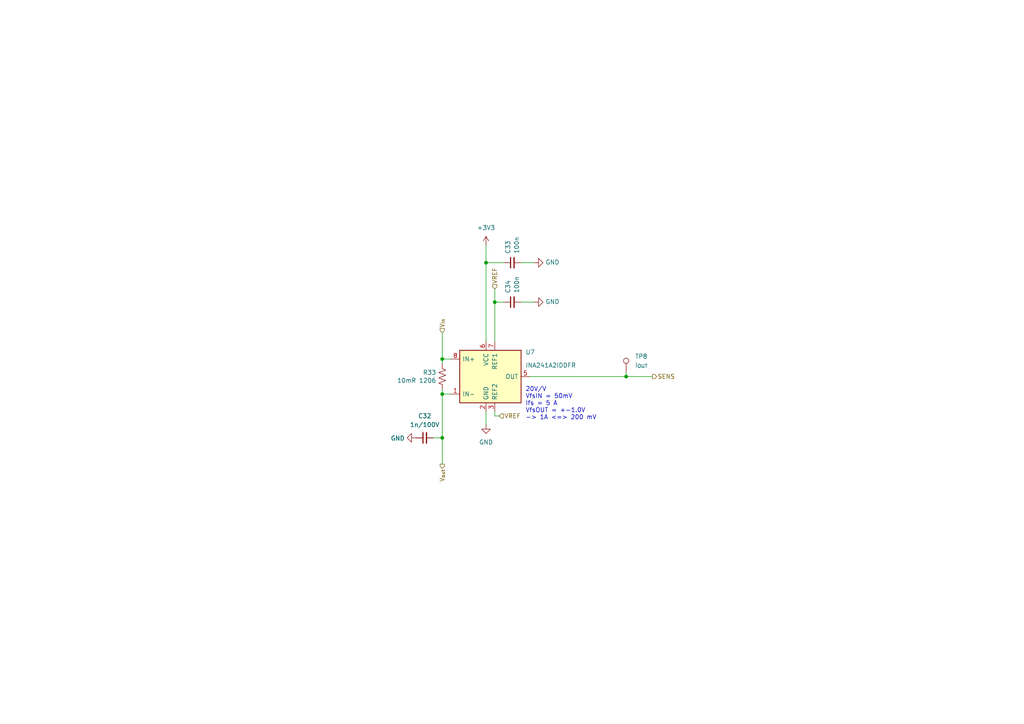
<source format=kicad_sch>
(kicad_sch (version 20231120) (generator "eeschema") (generator_version "8.0")
  (paper "A4")
  (lib_symbols
    (symbol "Connector:TestPoint" (pin_numbers hide) (pin_names (offset 0.762) hide)
      (property "Reference" "TP" (at 0 6.858 0))
      (property "Value" "TestPoint" (at 0 5.08 0))
      (symbol "TestPoint_0_1"
        (circle (center 0 3.302) (radius 0.762))
      )
      (symbol "TestPoint_1_1"
        (pin passive line (at 0 0 90) (length 2.54) (name "1") (number "1"))
      )
    )
    (symbol "Device:R_US" (pin_numbers hide) (pin_names (offset 0))
      (property "Reference" "R" (at 2.54 0 90))
      (property "Value" "R_US" (at -2.54 0 90))
      (symbol "R_US_0_1"
        (polyline (pts (xy 0 -2.286) (xy 0 -2.54)))
        (polyline (pts (xy 0 2.286) (xy 0 2.54)))
        (polyline (pts (xy 0 -0.762) (xy 1.016 -1.143) (xy 0 -1.524) (xy -1.016 -1.905) (xy 0 -2.286)))
        (polyline (pts (xy 0 0.762) (xy 1.016 0.381) (xy 0 0) (xy -1.016 -0.381) (xy 0 -0.762)))
        (polyline (pts (xy 0 2.286) (xy 1.016 1.905) (xy 0 1.524) (xy -1.016 1.143) (xy 0 0.762)))
      )
      (symbol "R_US_1_1"
        (pin passive line (at 0 3.81 270) (length 1.27) (name "~") (number "1"))
        (pin passive line (at 0 -3.81 90) (length 1.27) (name "~") (number "2"))
      )
    )
    (symbol "power:+3V3" (power) (pin_names (offset 0))
      (property "Value" "+3V3" (at 0 3.556 0))
      (symbol "+3V3_0_1"
        (polyline (pts (xy -0.762 1.27) (xy 0 2.54)))
        (polyline (pts (xy 0 0) (xy 0 2.54)))
        (polyline (pts (xy 0 2.54) (xy 0.762 1.27)))
      )
      (symbol "+3V3_1_1"
        (pin power_in line (at 0 0 90) (length 0) hide (name "+3V3") (number "1"))
      )
    )
    (symbol "power:GND" (power) (pin_names (offset 0))
      (property "Value" "GND" (at 0 -3.81 0))
      (symbol "GND_0_1"
        (polyline (pts (xy 0 0) (xy 0 -1.27) (xy 1.27 -1.27) (xy 0 -2.54) (xy -1.27 -1.27) (xy 0 -1.27)))
      )
      (symbol "GND_1_1"
        (pin power_in line (at 0 0 270) (length 0) hide (name "GND") (number "1"))
      )
    )
    (symbol "rflib:C_Small" (pin_numbers hide) (pin_names (offset 0.254) hide)
      (property "Reference" "C" (at 0.254 1.778 0))
      (property "Value" "C_Small" (at 0.254 -2.032 0))
      (symbol "C_Small_0_1"
        (polyline (pts (xy -1.524 -0.508) (xy 1.524 -0.508)) (stroke (width 0.3302)))
        (polyline (pts (xy -1.524 0.508) (xy 1.524 0.508)) (stroke (width 0.3048)))
      )
      (symbol "C_Small_1_1"
        (pin passive line (at 0 2.54 270) (length 2.032) (name "~") (number "1"))
        (pin passive line (at 0 -2.54 90) (length 2.032) (name "~") (number "2"))
      )
    )
    (symbol "rflib:INA241A1IDDFR" (pin_names (offset 0.762))
      (property "Reference" "U" (at 11.43 6.35 0))
      (property "Value" "INA241A1IDDFR" (at 11.43 3.81 0))
      (symbol "INA241A1IDDFR_0_1"
        (rectangle (start -7.62 7.62) (end 10.16 -7.62) (stroke (width 0.254)) (fill (type background)))
      )
      (symbol "INA241A1IDDFR_1_1"
        (pin input line (at -10.16 -5.08 0) (length 2.54) (name "IN-") (number "1"))
        (pin power_in line (at 0 -10.16 90) (length 2.54) (name "GND") (number "2"))
        (pin passive line (at 2.54 -10.16 90) (length 2.54) (name "REF2") (number "3"))
        (pin no_connect line (at 5.08 -10.16 90) (length 2.54) hide (name "NC") (number "4"))
        (pin output line (at 12.7 0 180) (length 2.54) (name "OUT") (number "5"))
        (pin power_in line (at 0 10.16 270) (length 2.54) (name "VCC") (number "6"))
        (pin passive line (at 2.54 10.16 270) (length 2.54) (name "REF1") (number "7"))
        (pin input line (at -10.16 5.08 0) (length 2.54) (name "IN+") (number "8"))
      )
    )
  )
  (junction (at 140.97 76.2))
  (junction (at 128.27 127))
  (junction (at 128.27 114.3))
  (junction (at 143.51 87.63))
  (junction (at 128.27 104.14))
  (junction (at 181.61 109.22))
  (wire (pts (xy 143.51 83.82) (xy 143.51 87.63)))
  (wire (pts (xy 128.27 96.52) (xy 128.27 104.14)))
  (wire (pts (xy 128.27 127) (xy 128.27 134.62)))
  (wire (pts (xy 128.27 104.14) (xy 128.27 105.41)))
  (wire (pts (xy 143.51 87.63) (xy 143.51 99.06)))
  (wire (pts (xy 151.13 76.2) (xy 154.94 76.2)))
  (wire (pts (xy 181.61 107.95) (xy 181.61 109.22)))
  (wire (pts (xy 146.05 87.63) (xy 143.51 87.63)))
  (wire (pts (xy 125.73 127) (xy 128.27 127)))
  (wire (pts (xy 128.27 114.3) (xy 128.27 127)))
  (wire (pts (xy 151.13 87.63) (xy 154.94 87.63)))
  (wire (pts (xy 153.67 109.22) (xy 181.61 109.22)))
  (wire (pts (xy 128.27 104.14) (xy 130.81 104.14)))
  (wire (pts (xy 140.97 119.38) (xy 140.97 123.19)))
  (wire (pts (xy 128.27 114.3) (xy 130.81 114.3)))
  (wire (pts (xy 140.97 71.12) (xy 140.97 76.2)))
  (wire (pts (xy 140.97 76.2) (xy 146.05 76.2)))
  (wire (pts (xy 143.51 120.65) (xy 143.51 119.38)))
  (wire (pts (xy 181.61 109.22) (xy 189.23 109.22)))
  (wire (pts (xy 140.97 76.2) (xy 140.97 99.06)))
  (wire (pts (xy 144.78 120.65) (xy 143.51 120.65)))
  (wire (pts (xy 128.27 113.03) (xy 128.27 114.3)))
  (text "20V/V\nVfsIN = 50mV\nIfs = 5 A\nVfsOUT = +-1.0V\n-> 1A <=> 200 mV" (at 152.4 121.92 0) (effects (font (size 1.27 1.27)) (justify left bottom)))
  (hierarchical_label "V_{out}" (shape output) (at 128.27 134.62 270))
  (hierarchical_label "VREF" (shape input) (at 144.78 120.65 0))
  (hierarchical_label "VREF" (shape input) (at 143.51 83.82 90))
  (hierarchical_label "V_{In}" (shape input) (at 128.27 96.52 90))
  (hierarchical_label "SENS" (shape output) (at 189.23 109.22 0))
  (symbol (lib_id "Connector:TestPoint") (at 181.61 107.95 0) (unit 1)
    (property "Reference" "TP8" (at 184.15 103.3779 0) (effects (justify left)))
    (property "Value" "I_{OUT}" (at 184.15 105.9179 0) (effects (justify left)))
    (property "Footprint" "meteopress_footprints:TestPoint_THTPad_D2.0mm_Drill1.0mm" (effects (hide yes)))
    (property "Description" "test point" (effects (hide yes)))
    (property "LCSC" "C5199804" (effects (hide yes)))
  )
  (symbol (lib_id "rflib:C_Small") (at 123.19 127 90) (unit 1)
    (property "Reference" "C32" (at 123.1963 120.65 90))
    (property "Value" "1n/100V" (at 123.1963 123.19 90))
    (property "Footprint" "Capacitor_SMD:C_0603_1608Metric" (effects (hide yes)))
    (property "LCSC" "C153291" (effects (hide yes)))
    (property "Manufacturer_Name" "TDK" (effects (hide yes)))
    (property "Link" "https://cz.mouser.com/ProductDetail/TDK/C1608JB2A102M080AA?qs=sGAEpiMZZMvsSlwiRhF8qtKev7nvVKum8FKqgcnfMyHLR94wFwtmvA%3D%3D" (effects (hide yes)))
    (property "Manufacturer_Part_Number" "C1608JB2A102M080AA" (effects (hide yes)))
    (property "Mouser Part Number" "810-C1608JB2A102M08A" (effects (hide yes)))
    (property "Mouser Price/Stock" "https://cz.mouser.com/ProductDetail/TDK/C1608JB2A102M080AA?qs=sGAEpiMZZMvsSlwiRhF8qtKev7nvVKum8FKqgcnfMyHLR94wFwtmvA%3D%3D" (effects (hide yes)))
  )
  (symbol (lib_id "Device:R_US") (at 128.27 109.22 180) (unit 1)
    (property "Reference" "R33" (at 126.5428 108.0516 0) (effects (justify left)))
    (property "Value" "10mR 1206" (at 126.5428 110.363 0) (effects (justify left)))
    (property "Footprint" "Resistor_SMD:R_1206_3216Metric" (effects (hide yes)))
    (property "LCSC" "C105362" (effects (hide yes)))
    (property "Manufacturer_Name" "YAGEO" (effects (hide yes)))
    (property "Manufacturer_Part_Number" "PA0805FRF470R005L" (effects (hide yes)))
    (property "Mouser Part Number" "603-PA0805FRF470R05L" (effects (hide yes)))
    (property "Mouser Price/Stock" "https://cz.mouser.com/ProductDetail/YAGEO/PA0805FRF470R005L?qs=sGAEpiMZZMvdGkrng054t0c0U24Fa%2Fv2TLkAZF74EYD14pyBdcgNCg%3D%3D" (effects (hide yes)))
  )
  (symbol (lib_id "rflib:C_Small") (at 148.59 87.63 90) (unit 1)
    (property "Reference" "C34" (at 147.32 85.09 0) (effects (justify left)))
    (property "Value" "100n" (at 149.86 82.55 0))
    (property "Footprint" "Capacitor_SMD:C_0402_1005Metric" (effects (hide yes)))
    (property "LCSC" "C307331" (effects (hide yes)))
    (property "Manufacturer_Name" "YAGEO" (effects (hide yes)))
    (property "Manufacturer_Part_Number" "CC0603KRX7R9BB104" (effects (hide yes)))
  )
  (symbol (lib_id "power:GND") (at 140.97 123.19 0) (unit 1)
    (property "Reference" "#PWR070" (effects (hide yes)))
    (property "Value" "GND" (at 140.97 128.27 0))
  )
  (symbol (lib_id "power:+3V3") (at 140.97 71.12 0) (unit 1)
    (property "Reference" "#PWR069" (effects (hide yes)))
    (property "Value" "+3V3" (at 140.97 66.04 0))
  )
  (symbol (lib_id "power:GND") (at 154.94 87.63 90) (unit 1)
    (property "Reference" "#PWR072" (effects (hide yes)))
    (property "Value" "GND" (at 158.1912 87.503 90) (effects (justify right)))
  )
  (symbol (lib_id "rflib:C_Small") (at 148.59 76.2 90) (unit 1)
    (property "Reference" "C33" (at 147.32 73.66 0) (effects (justify left)))
    (property "Value" "100n" (at 149.86 71.12 0))
    (property "Footprint" "Capacitor_SMD:C_0402_1005Metric" (effects (hide yes)))
    (property "LCSC" "C307331" (effects (hide yes)))
    (property "Manufacturer_Name" "YAGEO" (effects (hide yes)))
    (property "Manufacturer_Part_Number" "CC0603KRX7R9BB104" (effects (hide yes)))
  )
  (symbol (lib_id "power:GND") (at 154.94 76.2 90) (unit 1)
    (property "Reference" "#PWR071" (effects (hide yes)))
    (property "Value" "GND" (at 158.1912 76.073 90) (effects (justify right)))
  )
  (symbol (lib_id "power:GND") (at 120.65 127 270) (unit 1)
    (property "Reference" "#PWR068" (effects (hide yes)))
    (property "Value" "GND" (at 117.3988 127.127 90) (effects (justify right)))
  )
  (symbol (lib_id "rflib:INA241A1IDDFR") (at 140.97 109.22 0) (unit 1)
    (property "Reference" "U7" (at 152.4 102.87 0) (effects (justify left bottom)))
    (property "Value" "INA241A2IDDFR" (at 152.4 106.68 0) (effects (justify left bottom)))
    (property "Footprint" "footprints:SOT65P280X110-8N" (effects (hide yes)))
    (property "Datasheet" "https://www.arrow.com/en/products/ina241a1iddfr/texas-instruments?region=nac" (effects (hide yes)))
    (property "Description" "Current Sense Amplifiers -5-V to 110-V bidirectional ultraprecise current sense amplifier with enhanced PWM rejection" (effects (hide yes)))
    (property "Height" "1.1" (effects (hide yes)))
    (property "Mouser Part Number" "595-INA241A1IDDFR" (effects (hide yes)))
    (property "Mouser Price/Stock" "https://www.mouser.co.uk/ProductDetail/Texas-Instruments/INA241A1IDDFR?qs=IPgv5n7u5QZZ9cWSrwAhGw%3D%3D" (effects (hide yes)))
    (property "Manufacturer_Name" "Texas Instruments" (effects (hide yes)))
    (property "Manufacturer_Part_Number" "INA241A1IDDFR" (effects (hide yes)))
    (property "JLCPCB_CORRECTION" "0;0;270" (effects (hide yes)))
    (property "LCSC" "C5240853" (effects (hide yes)))
  )
)
</source>
